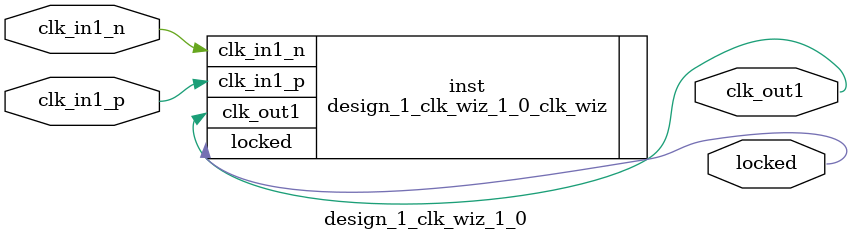
<source format=v>


`timescale 1ps/1ps

(* CORE_GENERATION_INFO = "design_1_clk_wiz_1_0,clk_wiz_v6_0_11_0_0,{component_name=design_1_clk_wiz_1_0,use_phase_alignment=true,use_min_o_jitter=false,use_max_i_jitter=false,use_dyn_phase_shift=false,use_inclk_switchover=false,use_dyn_reconfig=false,enable_axi=0,feedback_source=FDBK_AUTO,PRIMITIVE=MMCM,num_out_clk=1,clkin1_period=5.000,clkin2_period=10.0,use_power_down=false,use_reset=false,use_locked=true,use_inclk_stopped=false,feedback_type=SINGLE,CLOCK_MGR_TYPE=NA,manual_override=false}" *)

module design_1_clk_wiz_1_0 
 (
  // Clock out ports
  output        clk_out1,
  // Status and control signals
  output        locked,
 // Clock in ports
  input         clk_in1_p,
  input         clk_in1_n
 );

  design_1_clk_wiz_1_0_clk_wiz inst
  (
  // Clock out ports  
  .clk_out1(clk_out1),
  // Status and control signals               
  .locked(locked),
 // Clock in ports
  .clk_in1_p(clk_in1_p),
  .clk_in1_n(clk_in1_n)
  );

endmodule

</source>
